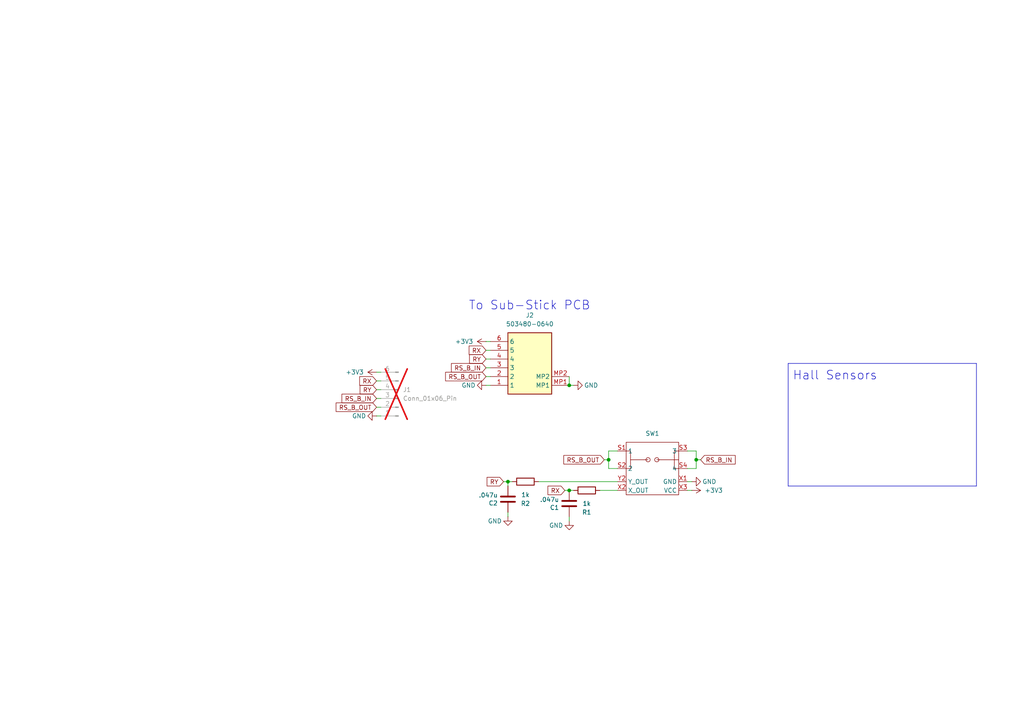
<source format=kicad_sch>
(kicad_sch (version 20231120) (generator "eeschema") (generator_version "8.0")
  (paper "A4")
  (lib_symbols
    (symbol "Connector:Conn_01x06_Pin" (pin_names (offset 1.016) hide)
      (property "Reference" "J" (at 0 7.62 0))
      (property "Value" "Conn_01x06_Pin" (at 0 -10.16 0))
      (symbol "Conn_01x06_Pin_1_1"
        (polyline (pts (xy 1.27 -7.62) (xy 0.8636 -7.62)) (stroke (width 0.1524)))
        (polyline (pts (xy 1.27 -5.08) (xy 0.8636 -5.08)) (stroke (width 0.1524)))
        (polyline (pts (xy 1.27 -2.54) (xy 0.8636 -2.54)) (stroke (width 0.1524)))
        (polyline (pts (xy 1.27 0) (xy 0.8636 0)) (stroke (width 0.1524)))
        (polyline (pts (xy 1.27 2.54) (xy 0.8636 2.54)) (stroke (width 0.1524)))
        (polyline (pts (xy 1.27 5.08) (xy 0.8636 5.08)) (stroke (width 0.1524)))
        (rectangle (start 0.8636 -7.493) (end 0 -7.747) (stroke (width 0.1524)) (fill (type outline)))
        (rectangle (start 0.8636 -4.953) (end 0 -5.207) (stroke (width 0.1524)) (fill (type outline)))
        (rectangle (start 0.8636 -2.413) (end 0 -2.667) (stroke (width 0.1524)) (fill (type outline)))
        (rectangle (start 0.8636 0.127) (end 0 -0.127) (stroke (width 0.1524)) (fill (type outline)))
        (rectangle (start 0.8636 2.667) (end 0 2.413) (stroke (width 0.1524)) (fill (type outline)))
        (rectangle (start 0.8636 5.207) (end 0 4.953) (stroke (width 0.1524)) (fill (type outline)))
        (pin passive line (at 5.08 5.08 180) (length 3.81) (name "Pin_1") (number "1"))
        (pin passive line (at 5.08 2.54 180) (length 3.81) (name "Pin_2") (number "2"))
        (pin passive line (at 5.08 0 180) (length 3.81) (name "Pin_3") (number "3"))
        (pin passive line (at 5.08 -2.54 180) (length 3.81) (name "Pin_4") (number "4"))
        (pin passive line (at 5.08 -5.08 180) (length 3.81) (name "Pin_5") (number "5"))
        (pin passive line (at 5.08 -7.62 180) (length 3.81) (name "Pin_6") (number "6"))
      )
    )
    (symbol "Device:C" (pin_numbers hide) (pin_names (offset 0.254))
      (property "Reference" "C" (at 0.635 2.54 0))
      (property "Value" "C" (at 0.635 -2.54 0))
      (symbol "C_0_1"
        (polyline (pts (xy -2.032 -0.762) (xy 2.032 -0.762)) (stroke (width 0.508)))
        (polyline (pts (xy -2.032 0.762) (xy 2.032 0.762)) (stroke (width 0.508)))
      )
      (symbol "C_1_1"
        (pin passive line (at 0 3.81 270) (length 2.794) (name "~") (number "1"))
        (pin passive line (at 0 -3.81 90) (length 2.794) (name "~") (number "2"))
      )
    )
    (symbol "Device:R" (pin_numbers hide) (pin_names (offset 0))
      (property "Reference" "R" (at 2.032 0 90))
      (property "Value" "R" (at 0 0 90))
      (symbol "R_0_1"
        (rectangle (start -1.016 -2.54) (end 1.016 2.54) (stroke (width 0.254)))
      )
      (symbol "R_1_1"
        (pin passive line (at 0 3.81 270) (length 1.27) (name "~") (number "1"))
        (pin passive line (at 0 -3.81 90) (length 1.27) (name "~") (number "2"))
      )
    )
    (symbol "hhl:503480-0640"
      (property "Reference" "J" (at 19.05 7.62 0))
      (property "Value" "503480-0640" (at 19.05 5.08 0))
      (symbol "503480-0640_1_1"
        (rectangle (start 5.08 2.54) (end 17.78 -15.24) (stroke (width 0.254)) (fill (type background)))
        (pin passive line (at 22.86 0 180) (length 5.08) (name "1") (number "1"))
        (pin passive line (at 22.86 -2.54 180) (length 5.08) (name "2") (number "2"))
        (pin passive line (at 22.86 -5.08 180) (length 5.08) (name "3") (number "3"))
        (pin passive line (at 22.86 -7.62 180) (length 5.08) (name "4") (number "4"))
        (pin passive line (at 22.86 -10.16 180) (length 5.08) (name "5") (number "5"))
        (pin passive line (at 22.86 -12.7 180) (length 5.08) (name "6") (number "6"))
        (pin passive line (at 0 0 0) (length 5.08) (name "MP1") (number "MP1"))
        (pin passive line (at 0 -2.54 0) (length 5.08) (name "MP2") (number "MP2"))
      )
    )
    (symbol "hhl:GL1807SYAE-002"
      (property "Reference" "SW" (at 0 6.35 0))
      (symbol "GL1807SYAE-002_0_1"
        (rectangle (start -7.62 5.08) (end 7.62 -10.16))
        (circle (center -1.27 0) (radius 0.6087))
        (polyline (pts (xy -6.35 0) (xy -1.27 0)))
        (polyline (pts (xy 1.27 0) (xy 7.62 0)))
        (polyline (pts (xy -7.62 2.54) (xy -6.35 2.54) (xy -6.35 0) (xy -6.35 -2.54) (xy -7.62 -2.54)))
        (polyline (pts (xy 7.62 2.54) (xy 6.35 2.54) (xy 6.35 0) (xy 6.35 -2.54) (xy 7.62 -2.54)))
        (circle (center 1.27 0) (radius 0.6087))
      )
      (symbol "GL1807SYAE-002_1_1"
        (pin input line (at -10.16 2.54 0) (length 2.54) (name "1") (number "S1"))
        (pin input line (at -10.16 -2.54 0) (length 2.54) (name "2") (number "S2"))
        (pin input line (at 10.16 2.54 180) (length 2.54) (name "3") (number "S3"))
        (pin input line (at 10.16 -2.54 180) (length 2.54) (name "4") (number "S4"))
        (pin input line (at 10.16 -6.35 180) (length 2.54) (name "GND") (number "X1"))
        (pin input line (at -10.16 -8.89 0) (length 2.54) (name "X_OUT") (number "X2"))
        (pin input line (at 10.16 -8.89 180) (length 2.54) (name "VCC") (number "X3"))
        (pin input line (at 10.16 -6.35 180) (length 2.54) hide (name "GND") (number "Y1"))
        (pin input line (at -10.16 -6.35 0) (length 2.54) (name "Y_OUT") (number "Y2"))
        (pin input line (at 10.16 -8.89 180) (length 2.54) hide (name "VCC") (number "Y3"))
      )
    )
    (symbol "power:+3V3" (power) (pin_numbers hide) (pin_names (offset 0) hide)
      (property "Value" "+3V3" (at 0 3.556 0))
      (symbol "+3V3_0_1"
        (polyline (pts (xy -0.762 1.27) (xy 0 2.54)))
        (polyline (pts (xy 0 0) (xy 0 2.54)))
        (polyline (pts (xy 0 2.54) (xy 0.762 1.27)))
      )
      (symbol "+3V3_1_1"
        (pin power_in line (at 0 0 90) (length 0) (name "~") (number "1"))
      )
    )
    (symbol "power:GND" (power) (pin_numbers hide) (pin_names (offset 0) hide)
      (property "Value" "GND" (at 0 -3.81 0))
      (symbol "GND_0_1"
        (polyline (pts (xy 0 0) (xy 0 -1.27) (xy 1.27 -1.27) (xy 0 -2.54) (xy -1.27 -1.27) (xy 0 -1.27)))
      )
      (symbol "GND_1_1"
        (pin power_in line (at 0 0 270) (length 0) (name "~") (number "1"))
      )
    )
  )
  (junction (at 201.93 133.35))
  (junction (at 147.32 139.7))
  (junction (at 165.1 111.76))
  (junction (at 176.53 133.35))
  (junction (at 165.1 142.24))
  (wire (pts (xy 140.97 99.06) (xy 142.24 99.06)))
  (wire (pts (xy 148.59 139.7) (xy 147.32 139.7)))
  (polyline (pts (xy 283.21 140.97) (xy 283.21 105.41)))
  (polyline (pts (xy 228.6 140.97) (xy 283.21 140.97)))
  (wire (pts (xy 140.97 111.76) (xy 142.24 111.76)))
  (wire (pts (xy 176.53 130.81) (xy 176.53 133.35)))
  (wire (pts (xy 201.93 130.81) (xy 201.93 133.35)))
  (wire (pts (xy 147.32 139.7) (xy 146.05 139.7)))
  (wire (pts (xy 109.22 110.49) (xy 110.49 110.49)))
  (wire (pts (xy 165.1 142.24) (xy 163.83 142.24)))
  (wire (pts (xy 109.22 107.95) (xy 110.49 107.95)))
  (wire (pts (xy 175.26 133.35) (xy 176.53 133.35)))
  (wire (pts (xy 199.39 130.81) (xy 201.93 130.81)))
  (wire (pts (xy 176.53 130.81) (xy 179.07 130.81)))
  (polyline (pts (xy 283.21 105.41) (xy 228.6 105.41)))
  (wire (pts (xy 109.22 115.57) (xy 110.49 115.57)))
  (wire (pts (xy 176.53 133.35) (xy 176.53 135.89)))
  (wire (pts (xy 156.21 139.7) (xy 179.07 139.7)))
  (wire (pts (xy 140.97 109.22) (xy 142.24 109.22)))
  (wire (pts (xy 109.22 120.65) (xy 110.49 120.65)))
  (wire (pts (xy 140.97 101.6) (xy 142.24 101.6)))
  (wire (pts (xy 201.93 133.35) (xy 201.93 135.89)))
  (wire (pts (xy 173.99 142.24) (xy 179.07 142.24)))
  (wire (pts (xy 199.39 139.7) (xy 200.66 139.7)))
  (wire (pts (xy 109.22 113.03) (xy 110.49 113.03)))
  (wire (pts (xy 147.32 140.97) (xy 147.32 139.7)))
  (wire (pts (xy 147.32 148.59) (xy 147.32 149.86)))
  (wire (pts (xy 199.39 135.89) (xy 201.93 135.89)))
  (wire (pts (xy 140.97 104.14) (xy 142.24 104.14)))
  (wire (pts (xy 140.97 106.68) (xy 142.24 106.68)))
  (wire (pts (xy 165.1 111.76) (xy 166.37 111.76)))
  (wire (pts (xy 203.2 133.35) (xy 201.93 133.35)))
  (wire (pts (xy 179.07 135.89) (xy 176.53 135.89)))
  (wire (pts (xy 109.22 118.11) (xy 110.49 118.11)))
  (wire (pts (xy 199.39 142.24) (xy 200.66 142.24)))
  (wire (pts (xy 165.1 109.22) (xy 165.1 111.76)))
  (wire (pts (xy 166.37 142.24) (xy 165.1 142.24)))
  (wire (pts (xy 165.1 151.13) (xy 165.1 149.86)))
  (polyline (pts (xy 228.6 105.41) (xy 228.6 140.97)))
  (text "To Sub-Stick PCB" (at 135.89 90.17 0) (effects (font (size 2.54 2.54)) (justify left bottom)))
  (text "Hall Sensors" (at 229.87 110.49 0) (effects (font (size 2.54 2.54)) (justify left bottom)))
  (global_label "RX" (shape input) (at 140.97 101.6 180) (property "Intersheetrefs" "${INTERSHEET_REFS}" (effects (hide yes))))
  (global_label "RX" (shape input) (at 163.83 142.24 180) (property "Intersheetrefs" "${INTERSHEET_REFS}" (effects (hide yes))))
  (global_label "RX" (shape input) (at 109.22 110.49 180) (property "Intersheetrefs" "${INTERSHEET_REFS}" (effects (hide yes))))
  (global_label "RS_B_IN" (shape input) (at 203.2 133.35 0) (property "Intersheetrefs" "${INTERSHEET_REFS}" (effects (hide yes))))
  (global_label "RS_B_OUT" (shape input) (at 109.22 118.11 180) (property "Intersheetrefs" "${INTERSHEET_REFS}" (effects (hide yes))))
  (global_label "RS_B_IN" (shape input) (at 140.97 106.68 180) (property "Intersheetrefs" "${INTERSHEET_REFS}" (effects (hide yes))))
  (global_label "RY" (shape input) (at 109.22 113.03 180) (property "Intersheetrefs" "${INTERSHEET_REFS}" (effects (hide yes))))
  (global_label "RY" (shape input) (at 140.97 104.14 180) (property "Intersheetrefs" "${INTERSHEET_REFS}" (effects (hide yes))))
  (global_label "RS_B_OUT" (shape input) (at 140.97 109.22 180) (property "Intersheetrefs" "${INTERSHEET_REFS}" (effects (hide yes))))
  (global_label "RS_B_IN" (shape input) (at 109.22 115.57 180) (property "Intersheetrefs" "${INTERSHEET_REFS}" (effects (hide yes))))
  (global_label "RS_B_OUT" (shape input) (at 175.26 133.35 180) (property "Intersheetrefs" "${INTERSHEET_REFS}" (effects (hide yes))))
  (global_label "RY" (shape input) (at 146.05 139.7 180) (property "Intersheetrefs" "${INTERSHEET_REFS}" (effects (hide yes))))
  (symbol (lib_id "power:+3V3") (at 200.66 142.24 270) (unit 1)
    (property "Reference" "#PWR06" (effects (hide yes)))
    (property "Value" "+3V3" (at 207.01 142.24 90))
    (property "Description" "Power symbol creates a global label with name \"+3V3\"" (effects (hide yes)))
  )
  (symbol (lib_id "hhl:GL1807SYAE-002") (at 189.23 133.35 0) (unit 1)
    (property "Reference" "SW1" (at 189.23 125.73 0))
    (property "Value" "GL18_SW" (effects (hide yes)))
    (property "Footprint" "hhl:GL1807SYAE" (effects (hide yes)))
    (property "Datasheet" "${KIPRJMOD}/../progcc_v3_libs/docs/GuliKit Hall stick GL18,hall sensor datasheet.pdf" (effects (hide yes)))
    (property "Description" "TMR Analog Stick with button" (effects (hide yes)))
    (property "MPN" "GL1807SYAE-002" (effects (hide yes)))
    (property "Price" "1.9" (effects (hide yes)))
  )
  (symbol (lib_id "hhl:503480-0640") (at 165.1 111.76 180) (unit 1)
    (property "Reference" "J2" (at 153.67 91.44 0))
    (property "Value" "503480-0640" (at 153.67 93.98 0))
    (property "Footprint" "hhl:5034800640" (effects (hide yes)))
    (property "Datasheet" "https://www.molex.com/pdm_docs/sd/5034800640_sd.pdf" (effects (hide yes)))
    (property "Description" "Connector FFC/FPC Connector Socket 6 Position 0.5mm Solder Right Angle Surface Mount Emboss T/R" (effects (hide yes)))
    (property "Height" "1.2" (effects (hide yes)))
    (property "Mouser Part Number" "538-503480-0640" (effects (hide yes)))
    (property "Mouser Price/Stock" "https://www.mouser.co.uk/ProductDetail/Molex/503480-0640?qs=LBbezbu20sgOjA1645rLWw%3D%3D" (effects (hide yes)))
    (property "Manufacturer_Name" "Molex" (effects (hide yes)))
    (property "MPN" "503480-0640" (effects (hide yes)))
    (property "Manufacturer_Part_Number" "503480-0640" (effects (hide yes)))
    (property "Price" "0.48" (effects (hide yes)))
  )
  (symbol (lib_id "power:GND") (at 147.32 149.86 0) (unit 1)
    (property "Reference" "#PWR04" (effects (hide yes)))
    (property "Value" "GND" (at 143.51 151.13 0))
    (property "Description" "Power symbol creates a global label with name \"GND\" , ground" (effects (hide yes)))
  )
  (symbol (lib_id "Device:C") (at 165.1 146.05 180) (unit 1)
    (property "Reference" "C1" (at 162.179 147.2184 0) (effects (justify left)))
    (property "Value" ".047u" (at 162.179 144.907 0) (effects (justify left)))
    (property "Footprint" "Capacitor_SMD:C_0603_1608Metric_Pad1.08x0.95mm_HandSolder" (effects (hide yes)))
    (property "Description" "Unpolarized capacitor" (effects (hide yes)))
    (property "LCSC" "C15849" (effects (hide yes)))
  )
  (symbol (lib_id "Device:R") (at 152.4 139.7 270) (unit 1)
    (property "Reference" "R2" (at 152.4 146.05 90))
    (property "Value" "1k" (at 152.4 143.51 90))
    (property "Footprint" "Resistor_SMD:R_0201_0603Metric" (effects (hide yes)))
    (property "Description" "Resistor" (effects (hide yes)))
  )
  (symbol (lib_id "power:+3V3") (at 109.22 107.95 90) (unit 1)
    (property "Reference" "#PWR09" (effects (hide yes)))
    (property "Value" "+3V3" (at 102.87 107.95 90))
    (property "Description" "Power symbol creates a global label with name \"+3V3\"" (effects (hide yes)))
  )
  (symbol (lib_id "power:GND") (at 165.1 151.13 0) (unit 1)
    (property "Reference" "#PWR03" (effects (hide yes)))
    (property "Value" "GND" (at 161.29 152.4 0))
    (property "Description" "Power symbol creates a global label with name \"GND\" , ground" (effects (hide yes)))
  )
  (symbol (lib_id "power:+3V3") (at 140.97 99.06 90) (unit 1)
    (property "Reference" "#PWR07" (effects (hide yes)))
    (property "Value" "+3V3" (at 134.62 99.06 90))
    (property "Description" "Power symbol creates a global label with name \"+3V3\"" (effects (hide yes)))
  )
  (symbol (lib_id "Device:C") (at 147.32 144.78 180) (unit 1)
    (property "Reference" "C2" (at 144.399 145.9484 0) (effects (justify left)))
    (property "Value" ".047u" (at 144.399 143.637 0) (effects (justify left)))
    (property "Footprint" "Capacitor_SMD:C_0603_1608Metric_Pad1.08x0.95mm_HandSolder" (effects (hide yes)))
    (property "Description" "Unpolarized capacitor" (effects (hide yes)))
    (property "LCSC" "C15849" (effects (hide yes)))
  )
  (symbol (lib_id "power:GND") (at 109.22 120.65 270) (unit 1)
    (property "Reference" "#PWR010" (effects (hide yes)))
    (property "Value" "GND" (at 104.14 120.65 90))
    (property "Description" "Power symbol creates a global label with name \"GND\" , ground" (effects (hide yes)))
  )
  (symbol (lib_id "power:GND") (at 166.37 111.76 90) (unit 1)
    (property "Reference" "#PWR011" (effects (hide yes)))
    (property "Value" "GND" (at 171.45 111.76 90))
    (property "Description" "Power symbol creates a global label with name \"GND\" , ground" (effects (hide yes)))
  )
  (symbol (lib_id "Device:R") (at 170.18 142.24 270) (unit 1)
    (property "Reference" "R1" (at 170.18 148.59 90))
    (property "Value" "1k" (at 170.18 146.05 90))
    (property "Footprint" "Resistor_SMD:R_0201_0603Metric" (effects (hide yes)))
    (property "Description" "Resistor" (effects (hide yes)))
  )
  (symbol (lib_id "Connector:Conn_01x06_Pin") (at 115.57 115.57 180) (unit 1) (exclude_from_sim yes) (in_bom no) (dnp yes)
    (property "Reference" "J1" (at 116.84 113.03 0) (effects (justify right)))
    (property "Value" "Conn_01x06_Pin" (at 116.84 115.57 0) (effects (justify right)))
    (property "Footprint" "Connector_PinHeader_2.00mm:PinHeader_1x06_P2.00mm_Vertical" (effects (hide yes)))
    (property "Description" "Generic connector, single row, 01x06, script generated" (effects (hide yes)))
  )
  (symbol (lib_id "power:GND") (at 140.97 111.76 270) (unit 1)
    (property "Reference" "#PWR08" (effects (hide yes)))
    (property "Value" "GND" (at 135.89 111.76 90))
    (property "Description" "Power symbol creates a global label with name \"GND\" , ground" (effects (hide yes)))
  )
  (symbol (lib_id "power:GND") (at 200.66 139.7 90) (unit 1)
    (property "Reference" "#PWR01" (effects (hide yes)))
    (property "Value" "GND" (at 205.74 139.7 90))
    (property "Description" "Power symbol creates a global label with name \"GND\" , ground" (effects (hide yes)))
  )
)
</source>
